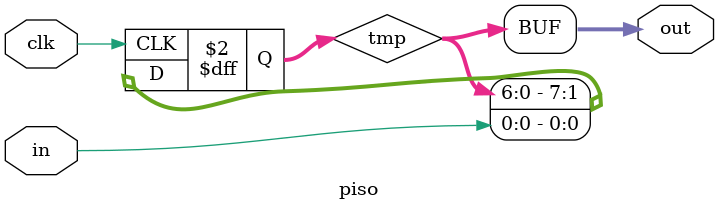
<source format=v>
`timescale 1ns / 1ps


module piso(
input clk,in,
output [7:0] out);
reg [7:0] tmp;

always @(posedge clk)
begin
tmp = {tmp[6:0], in};
end
assign out = tmp;
endmodule

    


</source>
